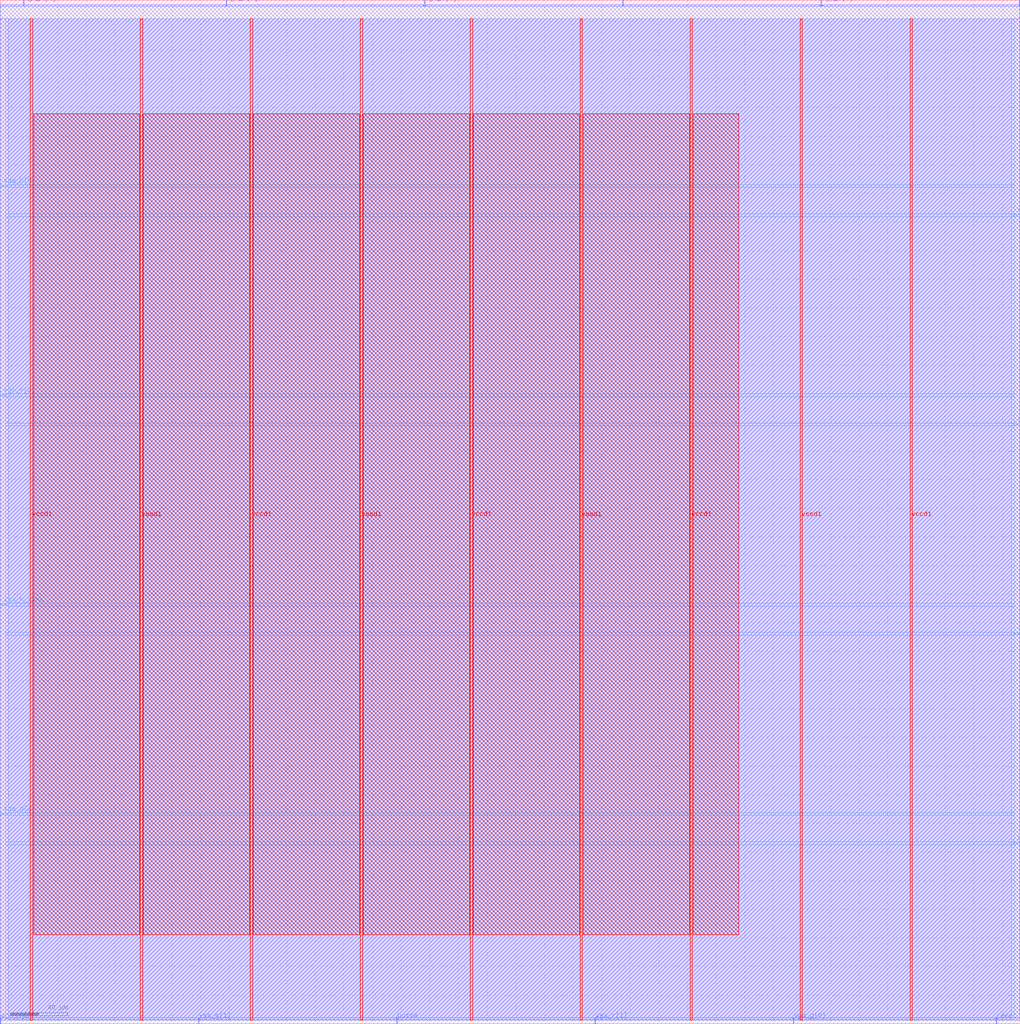
<source format=lef>
VERSION 5.7 ;
  NOWIREEXTENSIONATPIN ON ;
  DIVIDERCHAR "/" ;
  BUSBITCHARS "[]" ;
MACRO top
  CLASS BLOCK ;
  FOREIGN top ;
  ORIGIN 0.000 0.000 ;
  SIZE 712.345 BY 714.905 ;
  PIN butt1
    DIRECTION INPUT ;
    USE SIGNAL ;
    PORT
      LAYER met3 ;
        RECT 708.345 125.540 712.345 126.740 ;
    END
  END butt1
  PIN butt2
    DIRECTION INPUT ;
    USE SIGNAL ;
    PORT
      LAYER met2 ;
        RECT 711.570 710.905 712.130 714.905 ;
    END
  END butt2
  PIN butt3
    DIRECTION INPUT ;
    USE SIGNAL ;
    PORT
      LAYER met2 ;
        RECT 434.650 710.905 435.210 714.905 ;
    END
  END butt3
  PIN butt4
    DIRECTION INPUT ;
    USE SIGNAL ;
    PORT
      LAYER met2 ;
        RECT 276.870 0.000 277.430 4.000 ;
    END
  END butt4
  PIN clk
    DIRECTION INPUT ;
    USE SIGNAL ;
    PORT
      LAYER met3 ;
        RECT 708.345 564.140 712.345 565.340 ;
    END
  END clk
  PIN reset
    DIRECTION INPUT ;
    USE SIGNAL ;
    PORT
      LAYER met2 ;
        RECT 695.470 0.000 696.030 4.000 ;
    END
  END reset
  PIN vccd1
    DIRECTION INPUT ;
    USE POWER ;
    PORT
      LAYER met4 ;
        RECT 21.040 2.480 22.640 702.000 ;
    END
    PORT
      LAYER met4 ;
        RECT 174.640 2.480 176.240 702.000 ;
    END
    PORT
      LAYER met4 ;
        RECT 328.240 2.480 329.840 702.000 ;
    END
    PORT
      LAYER met4 ;
        RECT 481.840 2.480 483.440 702.000 ;
    END
    PORT
      LAYER met4 ;
        RECT 635.440 2.480 637.040 702.000 ;
    END
  END vccd1
  PIN vga_b[0]
    DIRECTION OUTPUT TRISTATE ;
    USE SIGNAL ;
    PORT
      LAYER met3 ;
        RECT 0.000 584.540 4.000 585.740 ;
    END
  END vga_b[0]
  PIN vga_b[1]
    DIRECTION OUTPUT TRISTATE ;
    USE SIGNAL ;
    PORT
      LAYER met2 ;
        RECT 296.190 710.905 296.750 714.905 ;
    END
  END vga_b[1]
  PIN vga_b[2]
    DIRECTION OUTPUT TRISTATE ;
    USE SIGNAL ;
    PORT
      LAYER met2 ;
        RECT -0.050 0.000 0.510 4.000 ;
    END
  END vga_b[2]
  PIN vga_b[3]
    DIRECTION OUTPUT TRISTATE ;
    USE SIGNAL ;
    PORT
      LAYER met2 ;
        RECT 157.730 710.905 158.290 714.905 ;
    END
  END vga_b[3]
  PIN vga_g[0]
    DIRECTION OUTPUT TRISTATE ;
    USE SIGNAL ;
    PORT
      LAYER met2 ;
        RECT 553.790 0.000 554.350 4.000 ;
    END
  END vga_g[0]
  PIN vga_g[1]
    DIRECTION OUTPUT TRISTATE ;
    USE SIGNAL ;
    PORT
      LAYER met2 ;
        RECT 138.410 0.000 138.970 4.000 ;
    END
  END vga_g[1]
  PIN vga_g[2]
    DIRECTION OUTPUT TRISTATE ;
    USE SIGNAL ;
    PORT
      LAYER met3 ;
        RECT 0.000 145.940 4.000 147.140 ;
    END
  END vga_g[2]
  PIN vga_g[3]
    DIRECTION OUTPUT TRISTATE ;
    USE SIGNAL ;
    PORT
      LAYER met3 ;
        RECT 708.345 417.940 712.345 419.140 ;
    END
  END vga_g[3]
  PIN vga_h_sync
    DIRECTION OUTPUT TRISTATE ;
    USE SIGNAL ;
    PORT
      LAYER met3 ;
        RECT 0.000 292.140 4.000 293.340 ;
    END
  END vga_h_sync
  PIN vga_r[0]
    DIRECTION OUTPUT TRISTATE ;
    USE SIGNAL ;
    PORT
      LAYER met2 ;
        RECT 573.110 710.905 573.670 714.905 ;
    END
  END vga_r[0]
  PIN vga_r[1]
    DIRECTION OUTPUT TRISTATE ;
    USE SIGNAL ;
    PORT
      LAYER met2 ;
        RECT 415.330 0.000 415.890 4.000 ;
    END
  END vga_r[1]
  PIN vga_r[2]
    DIRECTION OUTPUT TRISTATE ;
    USE SIGNAL ;
    PORT
      LAYER met3 ;
        RECT 0.000 438.340 4.000 439.540 ;
    END
  END vga_r[2]
  PIN vga_r[3]
    DIRECTION OUTPUT TRISTATE ;
    USE SIGNAL ;
    PORT
      LAYER met2 ;
        RECT 16.050 710.905 16.610 714.905 ;
    END
  END vga_r[3]
  PIN vga_v_sync
    DIRECTION OUTPUT TRISTATE ;
    USE SIGNAL ;
    PORT
      LAYER met3 ;
        RECT 708.345 271.740 712.345 272.940 ;
    END
  END vga_v_sync
  PIN vssd1
    DIRECTION INPUT ;
    USE GROUND ;
    PORT
      LAYER met4 ;
        RECT 97.840 2.480 99.440 702.000 ;
    END
    PORT
      LAYER met4 ;
        RECT 251.440 2.480 253.040 702.000 ;
    END
    PORT
      LAYER met4 ;
        RECT 405.040 2.480 406.640 702.000 ;
    END
    PORT
      LAYER met4 ;
        RECT 558.640 2.480 560.240 702.000 ;
    END
  END vssd1
  OBS
      LAYER li1 ;
        RECT 5.520 2.635 706.560 701.845 ;
      LAYER met1 ;
        RECT 0.070 2.480 712.010 702.000 ;
      LAYER met2 ;
        RECT 0.100 710.625 15.770 711.690 ;
        RECT 16.890 710.625 157.450 711.690 ;
        RECT 158.570 710.625 295.910 711.690 ;
        RECT 297.030 710.625 434.370 711.690 ;
        RECT 435.490 710.625 572.830 711.690 ;
        RECT 573.950 710.625 711.290 711.690 ;
        RECT 0.100 4.280 711.980 710.625 ;
        RECT 0.790 2.480 138.130 4.280 ;
        RECT 139.250 2.480 276.590 4.280 ;
        RECT 277.710 2.480 415.050 4.280 ;
        RECT 416.170 2.480 553.510 4.280 ;
        RECT 554.630 2.480 695.190 4.280 ;
        RECT 696.310 2.480 711.980 4.280 ;
      LAYER met3 ;
        RECT 4.000 586.140 708.345 701.925 ;
        RECT 4.400 584.140 708.345 586.140 ;
        RECT 4.000 565.740 708.345 584.140 ;
        RECT 4.000 563.740 707.945 565.740 ;
        RECT 4.000 439.940 708.345 563.740 ;
        RECT 4.400 437.940 708.345 439.940 ;
        RECT 4.000 419.540 708.345 437.940 ;
        RECT 4.000 417.540 707.945 419.540 ;
        RECT 4.000 293.740 708.345 417.540 ;
        RECT 4.400 291.740 708.345 293.740 ;
        RECT 4.000 273.340 708.345 291.740 ;
        RECT 4.000 271.340 707.945 273.340 ;
        RECT 4.000 147.540 708.345 271.340 ;
        RECT 4.400 145.540 708.345 147.540 ;
        RECT 4.000 127.140 708.345 145.540 ;
        RECT 4.000 125.140 707.945 127.140 ;
        RECT 4.000 2.555 708.345 125.140 ;
      LAYER met4 ;
        RECT 23.295 62.055 97.440 635.625 ;
        RECT 99.840 62.055 174.240 635.625 ;
        RECT 176.640 62.055 251.040 635.625 ;
        RECT 253.440 62.055 327.840 635.625 ;
        RECT 330.240 62.055 404.640 635.625 ;
        RECT 407.040 62.055 481.440 635.625 ;
        RECT 483.840 62.055 515.825 635.625 ;
  END
END top
END LIBRARY


</source>
